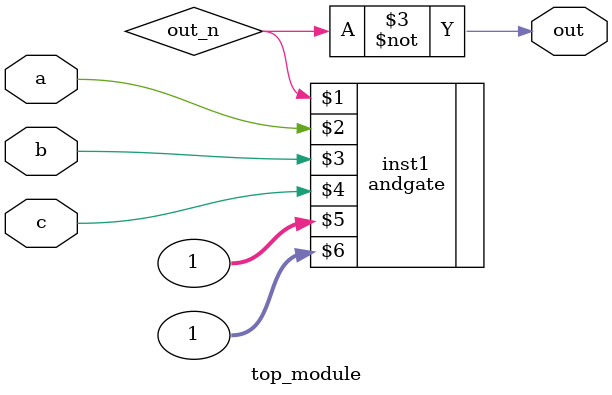
<source format=v>
module top_module (input a, input b, input c, output out);//

    wire out_n;
    andgate inst1 (out_n, a, b, c, 1, 1);
    
    assign out = ~out_n;

endmodule

</source>
